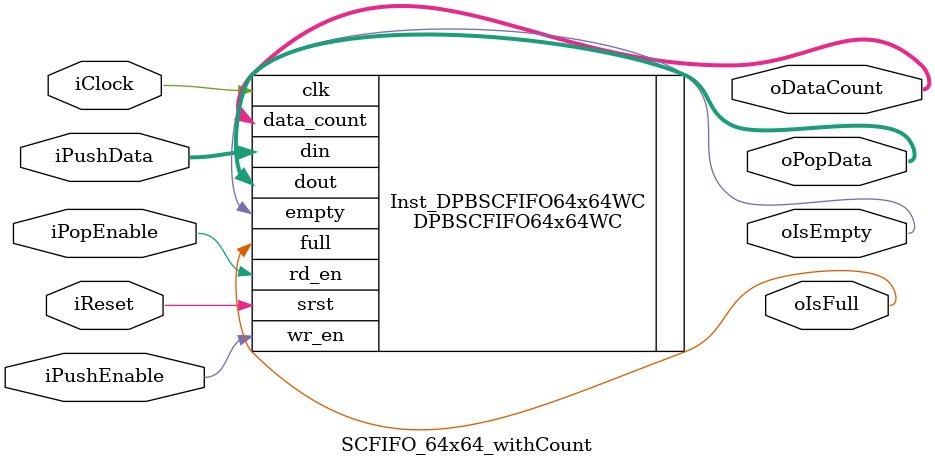
<source format=v>


//////////////////////////////////////////////////////////////////////////////////
// Revision History:
//
// * v1.0.0
//   - first draft 
//////////////////////////////////////////////////////////////////////////////////
`timescale 1ns / 1ps

module SCFIFO_64x64_withCount
(
    input           iClock          ,
    input           iReset          ,

    input   [63:0]  iPushData       ,
    input           iPushEnable     ,
    output          oIsFull         ,
    
    output  [63:0]  oPopData        ,
    input           iPopEnable      ,
    output          oIsEmpty        ,
    
    output  [5:0]   oDataCount
);

    DPBSCFIFO64x64WC
    Inst_DPBSCFIFO64x64WC
    (
        .clk            (iClock         ),
        .srst           (iReset         ),
        .din            (iPushData      ),
        .wr_en          (iPushEnable    ),
        .full           (oIsFull        ),
        .dout           (oPopData       ),
        .rd_en          (iPopEnable     ),
        .empty          (oIsEmpty       ),
        .data_count     (oDataCount     )
    );

endmodule

</source>
